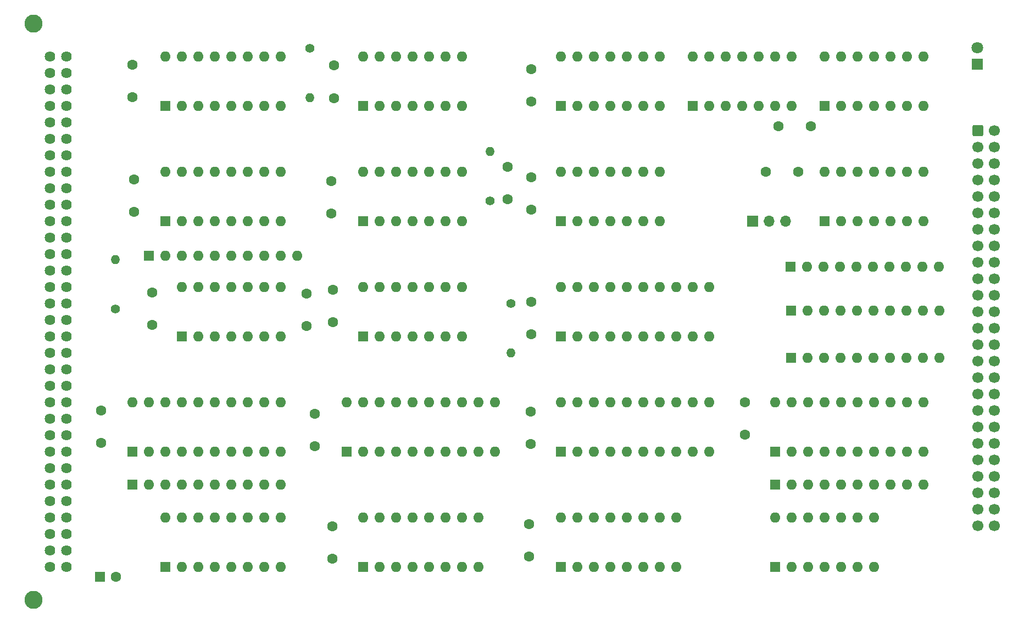
<source format=gbr>
%TF.GenerationSoftware,KiCad,Pcbnew,8.0.6*%
%TF.CreationDate,2024-11-23T08:52:48+01:00*%
%TF.ProjectId,4680-4105,34363830-2d34-4313-9035-2e6b69636164,Ver 1.00*%
%TF.SameCoordinates,Original*%
%TF.FileFunction,Soldermask,Top*%
%TF.FilePolarity,Negative*%
%FSLAX46Y46*%
G04 Gerber Fmt 4.6, Leading zero omitted, Abs format (unit mm)*
G04 Created by KiCad (PCBNEW 8.0.6) date 2024-11-23 08:52:48*
%MOMM*%
%LPD*%
G01*
G04 APERTURE LIST*
G04 Aperture macros list*
%AMRoundRect*
0 Rectangle with rounded corners*
0 $1 Rounding radius*
0 $2 $3 $4 $5 $6 $7 $8 $9 X,Y pos of 4 corners*
0 Add a 4 corners polygon primitive as box body*
4,1,4,$2,$3,$4,$5,$6,$7,$8,$9,$2,$3,0*
0 Add four circle primitives for the rounded corners*
1,1,$1+$1,$2,$3*
1,1,$1+$1,$4,$5*
1,1,$1+$1,$6,$7*
1,1,$1+$1,$8,$9*
0 Add four rect primitives between the rounded corners*
20,1,$1+$1,$2,$3,$4,$5,0*
20,1,$1+$1,$4,$5,$6,$7,0*
20,1,$1+$1,$6,$7,$8,$9,0*
20,1,$1+$1,$8,$9,$2,$3,0*%
G04 Aperture macros list end*
%ADD10R,1.600000X1.600000*%
%ADD11O,1.600000X1.600000*%
%ADD12C,1.600000*%
%ADD13C,1.400000*%
%ADD14O,1.400000X1.400000*%
%ADD15RoundRect,0.250000X-0.600000X-0.600000X0.600000X-0.600000X0.600000X0.600000X-0.600000X0.600000X0*%
%ADD16C,1.700000*%
%ADD17R,1.800000X1.800000*%
%ADD18C,1.800000*%
%ADD19C,2.794000*%
%ADD20C,1.625600*%
%ADD21R,1.700000X1.700000*%
%ADD22O,1.700000X1.700000*%
G04 APERTURE END LIST*
D10*
%TO.C,U8*%
X83261200Y-76149200D03*
D11*
X85801200Y-76149200D03*
X88341200Y-76149200D03*
X90881200Y-76149200D03*
X93421200Y-76149200D03*
X95961200Y-76149200D03*
X98501200Y-76149200D03*
X101041200Y-76149200D03*
X101041200Y-68529200D03*
X98501200Y-68529200D03*
X95961200Y-68529200D03*
X93421200Y-68529200D03*
X90881200Y-68529200D03*
X88341200Y-68529200D03*
X85801200Y-68529200D03*
X83261200Y-68529200D03*
%TD*%
D10*
%TO.C,RN8*%
X78181200Y-116789200D03*
D11*
X80721200Y-116789200D03*
X83261200Y-116789200D03*
X85801200Y-116789200D03*
X88341200Y-116789200D03*
X90881200Y-116789200D03*
X93421200Y-116789200D03*
X95961200Y-116789200D03*
X98501200Y-116789200D03*
X101041200Y-116789200D03*
%TD*%
D10*
%TO.C,U18*%
X144221200Y-76149200D03*
D11*
X146761200Y-76149200D03*
X149301200Y-76149200D03*
X151841200Y-76149200D03*
X154381200Y-76149200D03*
X156921200Y-76149200D03*
X159461200Y-76149200D03*
X159461200Y-68529200D03*
X156921200Y-68529200D03*
X154381200Y-68529200D03*
X151841200Y-68529200D03*
X149301200Y-68529200D03*
X146761200Y-68529200D03*
X144221200Y-68529200D03*
%TD*%
D12*
%TO.C,C7*%
X109270800Y-52110000D03*
X109270800Y-57110000D03*
%TD*%
D10*
%TO.C,U10*%
X83261200Y-58369200D03*
D11*
X85801200Y-58369200D03*
X88341200Y-58369200D03*
X90881200Y-58369200D03*
X93421200Y-58369200D03*
X95961200Y-58369200D03*
X98501200Y-58369200D03*
X101041200Y-58369200D03*
X101041200Y-50749200D03*
X98501200Y-50749200D03*
X95961200Y-50749200D03*
X93421200Y-50749200D03*
X90881200Y-50749200D03*
X88341200Y-50749200D03*
X85801200Y-50749200D03*
X83261200Y-50749200D03*
%TD*%
D13*
%TO.C,R13*%
X75539600Y-89662000D03*
D14*
X75539600Y-82042000D03*
%TD*%
D12*
%TO.C,C12*%
X78232000Y-51957600D03*
X78232000Y-56957600D03*
%TD*%
%TO.C,C20*%
X182789200Y-61468000D03*
X177789200Y-61468000D03*
%TD*%
%TO.C,C2*%
X136042400Y-72745600D03*
X136042400Y-67745600D03*
%TD*%
D10*
%TO.C,U4*%
X144221200Y-93929200D03*
D11*
X146761200Y-93929200D03*
X149301200Y-93929200D03*
X151841200Y-93929200D03*
X154381200Y-93929200D03*
X156921200Y-93929200D03*
X159461200Y-93929200D03*
X162001200Y-93929200D03*
X164541200Y-93929200D03*
X167081200Y-93929200D03*
X167081200Y-86309200D03*
X164541200Y-86309200D03*
X162001200Y-86309200D03*
X159461200Y-86309200D03*
X156921200Y-86309200D03*
X154381200Y-86309200D03*
X151841200Y-86309200D03*
X149301200Y-86309200D03*
X146761200Y-86309200D03*
X144221200Y-86309200D03*
%TD*%
D12*
%TO.C,C9*%
X73406000Y-105359200D03*
X73406000Y-110359200D03*
%TD*%
D10*
%TO.C,U1*%
X144221200Y-111709200D03*
D11*
X146761200Y-111709200D03*
X149301200Y-111709200D03*
X151841200Y-111709200D03*
X154381200Y-111709200D03*
X156921200Y-111709200D03*
X159461200Y-111709200D03*
X162001200Y-111709200D03*
X164541200Y-111709200D03*
X167081200Y-111709200D03*
X167081200Y-104089200D03*
X164541200Y-104089200D03*
X162001200Y-104089200D03*
X159461200Y-104089200D03*
X156921200Y-104089200D03*
X154381200Y-104089200D03*
X151841200Y-104089200D03*
X149301200Y-104089200D03*
X146761200Y-104089200D03*
X144221200Y-104089200D03*
%TD*%
D10*
%TO.C,U16*%
X113741200Y-58369200D03*
D11*
X116281200Y-58369200D03*
X118821200Y-58369200D03*
X121361200Y-58369200D03*
X123901200Y-58369200D03*
X126441200Y-58369200D03*
X128981200Y-58369200D03*
X128981200Y-50749200D03*
X126441200Y-50749200D03*
X123901200Y-50749200D03*
X121361200Y-50749200D03*
X118821200Y-50749200D03*
X116281200Y-50749200D03*
X113741200Y-50749200D03*
%TD*%
D10*
%TO.C,U13*%
X184861200Y-76149200D03*
D11*
X187401200Y-76149200D03*
X189941200Y-76149200D03*
X192481200Y-76149200D03*
X195021200Y-76149200D03*
X197561200Y-76149200D03*
X200101200Y-76149200D03*
X200101200Y-68529200D03*
X197561200Y-68529200D03*
X195021200Y-68529200D03*
X192481200Y-68529200D03*
X189941200Y-68529200D03*
X187401200Y-68529200D03*
X184861200Y-68529200D03*
%TD*%
D10*
%TO.C,RN4*%
X80721200Y-81432400D03*
D11*
X83261200Y-81432400D03*
X85801200Y-81432400D03*
X88341200Y-81432400D03*
X90881200Y-81432400D03*
X93421200Y-81432400D03*
X95961200Y-81432400D03*
X98501200Y-81432400D03*
X101041200Y-81432400D03*
X103581200Y-81432400D03*
%TD*%
D10*
%TO.C,U11*%
X184861200Y-58369200D03*
D11*
X187401200Y-58369200D03*
X189941200Y-58369200D03*
X192481200Y-58369200D03*
X195021200Y-58369200D03*
X197561200Y-58369200D03*
X200101200Y-58369200D03*
X200101200Y-50749200D03*
X197561200Y-50749200D03*
X195021200Y-50749200D03*
X192481200Y-50749200D03*
X189941200Y-50749200D03*
X187401200Y-50749200D03*
X184861200Y-50749200D03*
%TD*%
D12*
%TO.C,C10*%
X78486000Y-69676000D03*
X78486000Y-74676000D03*
%TD*%
D10*
%TO.C,U6*%
X111201200Y-111709200D03*
D11*
X113741200Y-111709200D03*
X116281200Y-111709200D03*
X118821200Y-111709200D03*
X121361200Y-111709200D03*
X123901200Y-111709200D03*
X126441200Y-111709200D03*
X128981200Y-111709200D03*
X131521200Y-111709200D03*
X134061200Y-111709200D03*
X134061200Y-104089200D03*
X131521200Y-104089200D03*
X128981200Y-104089200D03*
X126441200Y-104089200D03*
X123901200Y-104089200D03*
X121361200Y-104089200D03*
X118821200Y-104089200D03*
X116281200Y-104089200D03*
X113741200Y-104089200D03*
X111201200Y-104089200D03*
%TD*%
D12*
%TO.C,C16*%
X139649200Y-52628800D03*
X139649200Y-57628800D03*
%TD*%
D10*
%TO.C,RN9*%
X179730400Y-89916000D03*
D11*
X182270400Y-89916000D03*
X184810400Y-89916000D03*
X187350400Y-89916000D03*
X189890400Y-89916000D03*
X192430400Y-89916000D03*
X194970400Y-89916000D03*
X197510400Y-89916000D03*
X200050400Y-89916000D03*
X202590400Y-89916000D03*
%TD*%
D10*
%TO.C,U19*%
X164541200Y-58369200D03*
D11*
X167081200Y-58369200D03*
X169621200Y-58369200D03*
X172161200Y-58369200D03*
X174701200Y-58369200D03*
X177241200Y-58369200D03*
X179781200Y-58369200D03*
X179781200Y-50749200D03*
X177241200Y-50749200D03*
X174701200Y-50749200D03*
X172161200Y-50749200D03*
X169621200Y-50749200D03*
X167081200Y-50749200D03*
X164541200Y-50749200D03*
%TD*%
D12*
%TO.C,C3*%
X109016800Y-123179200D03*
X109016800Y-128179200D03*
%TD*%
D10*
%TO.C,U15*%
X113741200Y-76149200D03*
D11*
X116281200Y-76149200D03*
X118821200Y-76149200D03*
X121361200Y-76149200D03*
X123901200Y-76149200D03*
X126441200Y-76149200D03*
X128981200Y-76149200D03*
X128981200Y-68529200D03*
X126441200Y-68529200D03*
X123901200Y-68529200D03*
X121361200Y-68529200D03*
X118821200Y-68529200D03*
X116281200Y-68529200D03*
X113741200Y-68529200D03*
%TD*%
D10*
%TO.C,RN10*%
X179730400Y-97180400D03*
D11*
X182270400Y-97180400D03*
X184810400Y-97180400D03*
X187350400Y-97180400D03*
X189890400Y-97180400D03*
X192430400Y-97180400D03*
X194970400Y-97180400D03*
X197510400Y-97180400D03*
X200050400Y-97180400D03*
X202590400Y-97180400D03*
%TD*%
D10*
%TO.C,RN2*%
X179628800Y-83159600D03*
D11*
X182168800Y-83159600D03*
X184708800Y-83159600D03*
X187248800Y-83159600D03*
X189788800Y-83159600D03*
X192328800Y-83159600D03*
X194868800Y-83159600D03*
X197408800Y-83159600D03*
X199948800Y-83159600D03*
X202488800Y-83159600D03*
%TD*%
D10*
%TO.C,U7*%
X85801200Y-93929200D03*
D11*
X88341200Y-93929200D03*
X90881200Y-93929200D03*
X93421200Y-93929200D03*
X95961200Y-93929200D03*
X98501200Y-93929200D03*
X101041200Y-93929200D03*
X101041200Y-86309200D03*
X98501200Y-86309200D03*
X95961200Y-86309200D03*
X93421200Y-86309200D03*
X90881200Y-86309200D03*
X88341200Y-86309200D03*
X85801200Y-86309200D03*
%TD*%
D10*
%TO.C,C11*%
X73192000Y-130962400D03*
D12*
X75692000Y-130962400D03*
%TD*%
%TO.C,C17*%
X139649200Y-69342000D03*
X139649200Y-74342000D03*
%TD*%
%TO.C,C18*%
X172618400Y-104016800D03*
X172618400Y-109016800D03*
%TD*%
D13*
%TO.C,R1*%
X105511600Y-49428400D03*
D14*
X105511600Y-57048400D03*
%TD*%
D12*
%TO.C,C15*%
X139598400Y-105490000D03*
X139598400Y-110490000D03*
%TD*%
%TO.C,C8*%
X81229200Y-87111200D03*
X81229200Y-92111200D03*
%TD*%
%TO.C,C13*%
X139293600Y-122812800D03*
X139293600Y-127812800D03*
%TD*%
D15*
%TO.C,J2*%
X208483200Y-62179200D03*
D16*
X211023200Y-62179200D03*
X208483200Y-64719200D03*
X211023200Y-64719200D03*
X208483200Y-67259200D03*
X211023200Y-67259200D03*
X208483200Y-69799200D03*
X211023200Y-69799200D03*
X208483200Y-72339200D03*
X211023200Y-72339200D03*
X208483200Y-74879200D03*
X211023200Y-74879200D03*
X208483200Y-77419200D03*
X211023200Y-77419200D03*
X208483200Y-79959200D03*
X211023200Y-79959200D03*
X208483200Y-82499200D03*
X211023200Y-82499200D03*
X208483200Y-85039200D03*
X211023200Y-85039200D03*
X208483200Y-87579200D03*
X211023200Y-87579200D03*
X208483200Y-90119200D03*
X211023200Y-90119200D03*
X208483200Y-92659200D03*
X211023200Y-92659200D03*
X208483200Y-95199200D03*
X211023200Y-95199200D03*
X208483200Y-97739200D03*
X211023200Y-97739200D03*
X208483200Y-100279200D03*
X211023200Y-100279200D03*
X208483200Y-102819200D03*
X211023200Y-102819200D03*
X208483200Y-105359200D03*
X211023200Y-105359200D03*
X208483200Y-107899200D03*
X211023200Y-107899200D03*
X208483200Y-110439200D03*
X211023200Y-110439200D03*
X208483200Y-112979200D03*
X211023200Y-112979200D03*
X208483200Y-115519200D03*
X211023200Y-115519200D03*
X208483200Y-118059200D03*
X211023200Y-118059200D03*
X208483200Y-120599200D03*
X211023200Y-120599200D03*
X208483200Y-123139200D03*
X211023200Y-123139200D03*
%TD*%
D10*
%TO.C,U3*%
X78181200Y-111709200D03*
D11*
X80721200Y-111709200D03*
X83261200Y-111709200D03*
X85801200Y-111709200D03*
X88341200Y-111709200D03*
X90881200Y-111709200D03*
X93421200Y-111709200D03*
X95961200Y-111709200D03*
X98501200Y-111709200D03*
X101041200Y-111709200D03*
X101041200Y-104089200D03*
X98501200Y-104089200D03*
X95961200Y-104089200D03*
X93421200Y-104089200D03*
X90881200Y-104089200D03*
X88341200Y-104089200D03*
X85801200Y-104089200D03*
X83261200Y-104089200D03*
X80721200Y-104089200D03*
X78181200Y-104089200D03*
%TD*%
D13*
%TO.C,R6*%
X136499600Y-88849200D03*
D14*
X136499600Y-96469200D03*
%TD*%
D10*
%TO.C,SW1*%
X83261200Y-129489200D03*
D11*
X85801200Y-129489200D03*
X88341200Y-129489200D03*
X90881200Y-129489200D03*
X93421200Y-129489200D03*
X95961200Y-129489200D03*
X98501200Y-129489200D03*
X101041200Y-129489200D03*
X101041200Y-121869200D03*
X98501200Y-121869200D03*
X95961200Y-121869200D03*
X93421200Y-121869200D03*
X90881200Y-121869200D03*
X88341200Y-121869200D03*
X85801200Y-121869200D03*
X83261200Y-121869200D03*
%TD*%
D10*
%TO.C,U9*%
X113741200Y-93929200D03*
D11*
X116281200Y-93929200D03*
X118821200Y-93929200D03*
X121361200Y-93929200D03*
X123901200Y-93929200D03*
X126441200Y-93929200D03*
X128981200Y-93929200D03*
X128981200Y-86309200D03*
X126441200Y-86309200D03*
X123901200Y-86309200D03*
X121361200Y-86309200D03*
X118821200Y-86309200D03*
X116281200Y-86309200D03*
X113741200Y-86309200D03*
%TD*%
D12*
%TO.C,C1*%
X105054400Y-92325200D03*
X105054400Y-87325200D03*
%TD*%
%TO.C,C19*%
X180818800Y-68529200D03*
X175818800Y-68529200D03*
%TD*%
D10*
%TO.C,U12*%
X144221200Y-129489200D03*
D11*
X146761200Y-129489200D03*
X149301200Y-129489200D03*
X151841200Y-129489200D03*
X154381200Y-129489200D03*
X156921200Y-129489200D03*
X159461200Y-129489200D03*
X162001200Y-129489200D03*
X162001200Y-121869200D03*
X159461200Y-121869200D03*
X156921200Y-121869200D03*
X154381200Y-121869200D03*
X151841200Y-121869200D03*
X149301200Y-121869200D03*
X146761200Y-121869200D03*
X144221200Y-121869200D03*
%TD*%
D12*
%TO.C,C4*%
X106273600Y-105845600D03*
X106273600Y-110845600D03*
%TD*%
D13*
%TO.C,R5*%
X133299200Y-72948800D03*
D14*
X133299200Y-65328800D03*
%TD*%
D12*
%TO.C,C5*%
X109067600Y-86715600D03*
X109067600Y-91715600D03*
%TD*%
D17*
%TO.C,D1*%
X208427400Y-51917600D03*
D18*
X208427400Y-49377600D03*
%TD*%
D12*
%TO.C,C14*%
X139649200Y-88522800D03*
X139649200Y-93522800D03*
%TD*%
D10*
%TO.C,U14*%
X144221200Y-58369200D03*
D11*
X146761200Y-58369200D03*
X149301200Y-58369200D03*
X151841200Y-58369200D03*
X154381200Y-58369200D03*
X156921200Y-58369200D03*
X159461200Y-58369200D03*
X159461200Y-50749200D03*
X156921200Y-50749200D03*
X154381200Y-50749200D03*
X151841200Y-50749200D03*
X149301200Y-50749200D03*
X146761200Y-50749200D03*
X144221200Y-50749200D03*
%TD*%
D10*
%TO.C,U2*%
X177241200Y-111709200D03*
D11*
X179781200Y-111709200D03*
X182321200Y-111709200D03*
X184861200Y-111709200D03*
X187401200Y-111709200D03*
X189941200Y-111709200D03*
X192481200Y-111709200D03*
X195021200Y-111709200D03*
X197561200Y-111709200D03*
X200101200Y-111709200D03*
X200101200Y-104089200D03*
X197561200Y-104089200D03*
X195021200Y-104089200D03*
X192481200Y-104089200D03*
X189941200Y-104089200D03*
X187401200Y-104089200D03*
X184861200Y-104089200D03*
X182321200Y-104089200D03*
X179781200Y-104089200D03*
X177241200Y-104089200D03*
%TD*%
D19*
%TO.C,J1*%
X62941200Y-134569200D03*
X62941200Y-45669200D03*
D20*
X65481200Y-129489200D03*
X65481200Y-126949200D03*
X65481200Y-124409200D03*
X65481200Y-121869200D03*
X65481200Y-119329200D03*
X65481200Y-116789200D03*
X65481200Y-114249200D03*
X65481200Y-111709200D03*
X65481200Y-109169200D03*
X65481200Y-106629200D03*
X65481200Y-104089200D03*
X65481200Y-101549200D03*
X65481200Y-99009200D03*
X65481200Y-96469200D03*
X65481200Y-93929200D03*
X65481200Y-91389200D03*
X65481200Y-88849200D03*
X65481200Y-86309200D03*
X65481200Y-83769200D03*
X65481200Y-81229200D03*
X65481200Y-78689200D03*
X65481200Y-76149200D03*
X65481200Y-73609200D03*
X65481200Y-71069200D03*
X65481200Y-68529200D03*
X65481200Y-65989200D03*
X65481200Y-63449200D03*
X65481200Y-60909200D03*
X65481200Y-58369200D03*
X65481200Y-55829200D03*
X65481200Y-53289200D03*
X65481200Y-50749200D03*
X68021200Y-129489200D03*
X68021200Y-126949200D03*
X68021200Y-124409200D03*
X68021200Y-121869200D03*
X68021200Y-119329200D03*
X68021200Y-116789200D03*
X68021200Y-114249200D03*
X68021200Y-111709200D03*
X68021200Y-109169200D03*
X68021200Y-106629200D03*
X68021200Y-104089200D03*
X68021200Y-101549200D03*
X68021200Y-99009200D03*
X68021200Y-96469200D03*
X68021200Y-93929200D03*
X68021200Y-91389200D03*
X68021200Y-88849200D03*
X68021200Y-86309200D03*
X68021200Y-83769200D03*
X68021200Y-81229200D03*
X68021200Y-78689200D03*
X68021200Y-76149200D03*
X68021200Y-73609200D03*
X68021200Y-71069200D03*
X68021200Y-68529200D03*
X68021200Y-65989200D03*
X68021200Y-63449200D03*
X68021200Y-60909200D03*
X68021200Y-58369200D03*
X68021200Y-55829200D03*
X68021200Y-53289200D03*
X68021200Y-50749200D03*
%TD*%
D10*
%TO.C,RN11*%
X177241200Y-116789200D03*
D11*
X179781200Y-116789200D03*
X182321200Y-116789200D03*
X184861200Y-116789200D03*
X187401200Y-116789200D03*
X189941200Y-116789200D03*
X192481200Y-116789200D03*
X195021200Y-116789200D03*
X197561200Y-116789200D03*
X200101200Y-116789200D03*
%TD*%
D10*
%TO.C,U5*%
X113741200Y-129489200D03*
D11*
X116281200Y-129489200D03*
X118821200Y-129489200D03*
X121361200Y-129489200D03*
X123901200Y-129489200D03*
X126441200Y-129489200D03*
X128981200Y-129489200D03*
X131521200Y-129489200D03*
X131521200Y-121869200D03*
X128981200Y-121869200D03*
X126441200Y-121869200D03*
X123901200Y-121869200D03*
X121361200Y-121869200D03*
X118821200Y-121869200D03*
X116281200Y-121869200D03*
X113741200Y-121869200D03*
%TD*%
D12*
%TO.C,C6*%
X108864400Y-69940800D03*
X108864400Y-74940800D03*
%TD*%
D10*
%TO.C,SW2*%
X177241200Y-129489200D03*
D11*
X179781200Y-129489200D03*
X182321200Y-129489200D03*
X184861200Y-129489200D03*
X187401200Y-129489200D03*
X189941200Y-129489200D03*
X192481200Y-129489200D03*
X192481200Y-121869200D03*
X189941200Y-121869200D03*
X187401200Y-121869200D03*
X184861200Y-121869200D03*
X182321200Y-121869200D03*
X179781200Y-121869200D03*
X177241200Y-121869200D03*
%TD*%
D21*
%TO.C,J3*%
X173801800Y-76149200D03*
D22*
X176341800Y-76149200D03*
X178881800Y-76149200D03*
%TD*%
M02*

</source>
